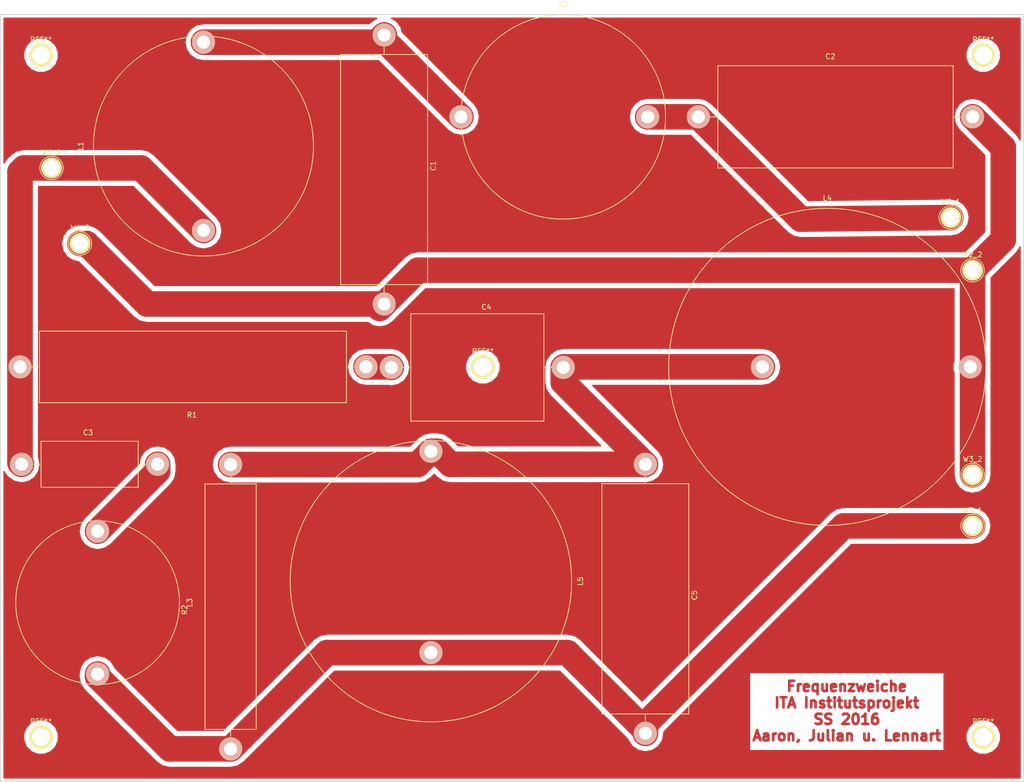
<source format=kicad_pcb>
(kicad_pcb (version 4) (host pcbnew 4.0.4-stable)

  (general
    (links 22)
    (no_connects 0)
    (area 19.225 16.225 220.075001 170.075001)
    (thickness 1.6)
    (drawings 5)
    (tracks 50)
    (zones 0)
    (modules 23)
    (nets 9)
  )

  (page A4)
  (title_block
    (title frequenzweiche_30l-ITA)
    (date 2016-10-10)
    (rev v0.1)
  )

  (layers
    (0 F.Cu signal)
    (31 B.Cu signal hide)
    (32 B.Adhes user)
    (33 F.Adhes user hide)
    (34 B.Paste user)
    (35 F.Paste user)
    (36 B.SilkS user)
    (37 F.SilkS user)
    (38 B.Mask user)
    (39 F.Mask user)
    (40 Dwgs.User user)
    (41 Cmts.User user)
    (42 Eco1.User user)
    (43 Eco2.User user)
    (44 Edge.Cuts user)
    (45 Margin user)
    (46 B.CrtYd user)
    (47 F.CrtYd user)
    (48 B.Fab user)
    (49 F.Fab user)
  )

  (setup
    (last_trace_width 5)
    (trace_clearance 1)
    (zone_clearance 0.508)
    (zone_45_only no)
    (trace_min 0.2)
    (segment_width 0.15)
    (edge_width 0.15)
    (via_size 0.6)
    (via_drill 0.4)
    (via_min_size 0.4)
    (via_min_drill 0.3)
    (uvia_size 0.3)
    (uvia_drill 0.1)
    (uvias_allowed no)
    (uvia_min_size 0.2)
    (uvia_min_drill 0.1)
    (pcb_text_width 0.3)
    (pcb_text_size 1.5 1.5)
    (mod_edge_width 0.15)
    (mod_text_size 1 1)
    (mod_text_width 0.15)
    (pad_size 1.524 1.524)
    (pad_drill 0.762)
    (pad_to_mask_clearance 0.2)
    (aux_axis_origin 0 0)
    (visible_elements FFFFFF7F)
    (pcbplotparams
      (layerselection 0x00020_00000001)
      (usegerberextensions false)
      (excludeedgelayer true)
      (linewidth 0.100000)
      (plotframeref false)
      (viasonmask false)
      (mode 1)
      (useauxorigin false)
      (hpglpennumber 1)
      (hpglpenspeed 20)
      (hpglpendiameter 15)
      (hpglpenoverlay 2)
      (psnegative false)
      (psa4output false)
      (plotreference true)
      (plotvalue true)
      (plotinvisibletext false)
      (padsonsilk false)
      (subtractmaskfromsilk false)
      (outputformat 4)
      (mirror false)
      (drillshape 0)
      (scaleselection 1)
      (outputdirectory plot/))
  )

  (net 0 "")
  (net 1 "Net-(C1-Pad1)")
  (net 2 "Net-(C1-Pad2)")
  (net 3 "Net-(C2-Pad1)")
  (net 4 "Net-(C3-Pad1)")
  (net 5 "Net-(C3-Pad2)")
  (net 6 "Net-(C4-Pad1)")
  (net 7 "Net-(C4-Pad2)")
  (net 8 "Net-(C5-Pad2)")

  (net_class Default "This is the default net class."
    (clearance 1)
    (trace_width 5)
    (via_dia 0.6)
    (via_drill 0.4)
    (uvia_dia 0.3)
    (uvia_drill 0.1)
    (add_net "Net-(C1-Pad1)")
    (add_net "Net-(C1-Pad2)")
    (add_net "Net-(C2-Pad1)")
    (add_net "Net-(C3-Pad1)")
    (add_net "Net-(C3-Pad2)")
    (add_net "Net-(C4-Pad1)")
    (add_net "Net-(C4-Pad2)")
    (add_net "Net-(C5-Pad2)")
  )

  (module L_LU62_056_140 (layer F.Cu) (tedit 580145FD) (tstamp 57FF9AB3)
    (at 181.61 88.9)
    (descr "Choke, Radial, Bobin Type, Diameter, 31mm, 2.4mm Drill, C&D, No.1422455, 220uH, 5.5A,")
    (tags "Choke, Radial, Bobin Type, Diameter 31mm, C&D, No.1422455, Drossel, Spule, Durchmesser, 2.4mm Drill, Bohrung, 220uH, 5.5A,")
    (path /57FB6BB6)
    (fp_text reference L4 (at 0 -33) (layer F.SilkS)
      (effects (font (size 1 1) (thickness 0.15)))
    )
    (fp_text value 0.56mH (at 0 34) (layer F.Fab)
      (effects (font (size 1 1) (thickness 0.15)))
    )
    (fp_circle (center 0 0) (end 0 31) (layer F.SilkS) (width 0.15))
    (pad 1 thru_hole circle (at 27.94 0) (size 4.5 4.5) (drill 2.56) (layers *.Cu *.SilkS *.Mask)
      (net 2 "Net-(C1-Pad2)"))
    (pad 2 thru_hole circle (at -12.7 0) (size 4.5 4.5) (drill 2.56) (layers *.Cu *.SilkS *.Mask)
      (net 7 "Net-(C4-Pad2)"))
  )

  (module L_HQ43_3.3_095 (layer F.Cu) (tedit 5801455D) (tstamp 57FF9A9E)
    (at 59.69 45.72 90)
    (descr "Choke, Radial, Bobin Type, Diameter, 31mm, 2.4mm Drill, C&D, No.1422455, 220uH, 5.5A,")
    (tags "Choke, Radial, Bobin Type, Diameter 31mm, C&D, No.1422455, Drossel, Spule, Durchmesser, 2.4mm Drill, Bohrung, 220uH, 5.5A,")
    (path /57FB6889)
    (fp_text reference L1 (at 0 -24 90) (layer F.SilkS)
      (effects (font (size 1 1) (thickness 0.15)))
    )
    (fp_text value 3.3mH (at 0 23 90) (layer F.Fab)
      (effects (font (size 1 1) (thickness 0.15)))
    )
    (fp_circle (center 0 0) (end 0 21.5) (layer F.SilkS) (width 0.15))
    (pad 1 thru_hole circle (at 20.32 0 90) (size 4.5 4.5) (drill 2.56) (layers *.Cu *.SilkS *.Mask)
      (net 1 "Net-(C1-Pad1)"))
    (pad 2 thru_hole circle (at -16.51 0 90) (size 4.5 4.5) (drill 2.56) (layers *.Cu *.SilkS *.Mask)
      (net 4 "Net-(C3-Pad1)"))
  )

  (module Connect:1pin (layer F.Cu) (tedit 58013F0A) (tstamp 58013FDD)
    (at 114.3 88.9)
    (descr "module 1 pin (ou trou mecanique de percage)")
    (tags DEV)
    (fp_text reference REF** (at 0 -3.048) (layer F.SilkS)
      (effects (font (size 1 1) (thickness 0.15)))
    )
    (fp_text value 1pin (at 0 2.794) (layer F.Fab)
      (effects (font (size 1 1) (thickness 0.15)))
    )
    (fp_circle (center 0 0) (end 0 -2.286) (layer F.SilkS) (width 0.15))
    (pad 1 thru_hole circle (at 0 0) (size 4.5 4.5) (drill 3.5) (layers *.Cu *.Mask F.SilkS))
  )

  (module Connect:1pin (layer F.Cu) (tedit 58013F0A) (tstamp 58013F84)
    (at 27.94 161.29)
    (descr "module 1 pin (ou trou mecanique de percage)")
    (tags DEV)
    (fp_text reference REF** (at 0 -3.048) (layer F.SilkS)
      (effects (font (size 1 1) (thickness 0.15)))
    )
    (fp_text value 1pin (at 0 2.794) (layer F.Fab)
      (effects (font (size 1 1) (thickness 0.15)))
    )
    (fp_circle (center 0 0) (end 0 -2.286) (layer F.SilkS) (width 0.15))
    (pad 1 thru_hole circle (at 0 0) (size 4.5 4.5) (drill 3.5) (layers *.Cu *.Mask F.SilkS))
  )

  (module Connect:1pin (layer F.Cu) (tedit 58013F0A) (tstamp 58013F75)
    (at 212.09 161.29)
    (descr "module 1 pin (ou trou mecanique de percage)")
    (tags DEV)
    (fp_text reference REF** (at 0 -3.048) (layer F.SilkS)
      (effects (font (size 1 1) (thickness 0.15)))
    )
    (fp_text value 1pin (at 0 2.794) (layer F.Fab)
      (effects (font (size 1 1) (thickness 0.15)))
    )
    (fp_circle (center 0 0) (end 0 -2.286) (layer F.SilkS) (width 0.15))
    (pad 1 thru_hole circle (at 0 0) (size 4.5 4.5) (drill 3.5) (layers *.Cu *.Mask F.SilkS))
  )

  (module Connect:1pin (layer F.Cu) (tedit 58013F0A) (tstamp 58013F5E)
    (at 212.09 27.94)
    (descr "module 1 pin (ou trou mecanique de percage)")
    (tags DEV)
    (fp_text reference REF** (at 0 -3.048) (layer F.SilkS)
      (effects (font (size 1 1) (thickness 0.15)))
    )
    (fp_text value 1pin (at 0 2.794) (layer F.Fab)
      (effects (font (size 1 1) (thickness 0.15)))
    )
    (fp_circle (center 0 0) (end 0 -2.286) (layer F.SilkS) (width 0.15))
    (pad 1 thru_hole circle (at 0 0) (size 4.5 4.5) (drill 3.5) (layers *.Cu *.Mask F.SilkS))
  )

  (module Connect:1pin (layer F.Cu) (tedit 58013F0A) (tstamp 57FFD9D6)
    (at 27.94 27.94)
    (descr "module 1 pin (ou trou mecanique de percage)")
    (tags DEV)
    (fp_text reference REF** (at 0 -3.048) (layer F.SilkS)
      (effects (font (size 1 1) (thickness 0.15)))
    )
    (fp_text value 1pin (at 0 2.794) (layer F.Fab)
      (effects (font (size 1 1) (thickness 0.15)))
    )
    (fp_circle (center 0 0) (end 0 -2.286) (layer F.SilkS) (width 0.15))
    (pad 1 thru_hole circle (at 0 0) (size 4.5 4.5) (drill 3.5) (layers *.Cu *.Mask F.SilkS))
  )

  (module L_LU55_082_100 (layer F.Cu) (tedit 58013BDA) (tstamp 57FF9ABA)
    (at 104.14 130.81 270)
    (descr "Choke, Radial, Bobin Type, Diameter, 31mm, 2.4mm Drill, C&D, No.1422455, 220uH, 5.5A,")
    (tags "Choke, Radial, Bobin Type, Diameter 31mm, C&D, No.1422455, Drossel, Spule, Durchmesser, 2.4mm Drill, Bohrung, 220uH, 5.5A,")
    (path /57FB6B04)
    (fp_text reference L5 (at 0 -29.21 270) (layer F.SilkS)
      (effects (font (size 1 1) (thickness 0.15)))
    )
    (fp_text value 0.82mH (at 0 30.48 270) (layer F.Fab)
      (effects (font (size 1 1) (thickness 0.15)))
    )
    (fp_circle (center 0 0) (end 0 27.5) (layer F.SilkS) (width 0.15))
    (pad 1 thru_hole circle (at 13.97 0 270) (size 4.5 4.5) (drill 2.56) (layers *.Cu *.SilkS *.Mask)
      (net 8 "Net-(C5-Pad2)"))
    (pad 2 thru_hole circle (at -25.4 0 270) (size 4.5 4.5) (drill 2.56) (layers *.Cu *.SilkS *.Mask)
      (net 7 "Net-(C4-Pad2)"))
  )

  (module L_LUT32_015_10 (layer F.Cu) (tedit 58013B41) (tstamp 57FF9AAC)
    (at 39 135 270)
    (descr "Choke, Radial, Bobin Type, Diameter, 31mm, 2.4mm Drill, C&D, No.1422455, 220uH, 5.5A,")
    (tags "Choke, Radial, Bobin Type, Diameter 31mm, C&D, No.1422455, Drossel, Spule, Durchmesser, 2.4mm Drill, Bohrung, 220uH, 5.5A,")
    (path /57FB6C7D)
    (fp_text reference L3 (at 0 -18 270) (layer F.SilkS)
      (effects (font (size 1 1) (thickness 0.15)))
    )
    (fp_text value 0.15mH (at 0 18 270) (layer F.Fab)
      (effects (font (size 1 1) (thickness 0.15)))
    )
    (fp_circle (center 0 0) (end 0 16) (layer F.SilkS) (width 0.15))
    (pad 1 thru_hole circle (at 13.97 0 270) (size 4.5 4.5) (drill 2.56) (layers *.Cu *.SilkS *.Mask)
      (net 8 "Net-(C5-Pad2)"))
    (pad 2 thru_hole circle (at -13.97 0 270) (size 4.5 4.5) (drill 2.56) (layers *.Cu *.SilkS *.Mask)
      (net 5 "Net-(C3-Pad2)"))
  )

  (module L_HQ40_1.2_112 (layer F.Cu) (tedit 58013AA2) (tstamp 57FF9AA5)
    (at 130 40)
    (descr "Choke, Radial, Bobin Type, Diameter, 31mm, 2.4mm Drill, C&D, No.1422455, 220uH, 5.5A,")
    (tags "Choke, Radial, Bobin Type, Diameter 31mm, C&D, No.1422455, Drossel, Spule, Durchmesser, 2.4mm Drill, Bohrung, 220uH, 5.5A,")
    (path /57FB690E)
    (fp_text reference L2 (at 0 -22) (layer F.SilkS)
      (effects (font (size 1 1) (thickness 0.15)))
    )
    (fp_text value 1.2mH (at 0 22) (layer F.Fab)
      (effects (font (size 1 1) (thickness 0.15)))
    )
    (fp_circle (center 0 0) (end 0 20) (layer F.SilkS) (width 0.15))
    (pad 1 thru_hole circle (at 16.51 0) (size 4.5 4.5) (drill 2.56) (layers *.Cu *.SilkS *.Mask)
      (net 3 "Net-(C2-Pad1)"))
    (pad 2 thru_hole circle (at -20 0) (size 4.5 4.5) (drill 2.56) (layers *.Cu *.SilkS *.Mask)
      (net 1 "Net-(C1-Pad1)"))
  )

  (module C_MKTA_15_160 (layer F.Cu) (tedit 57FFD721) (tstamp 57FF9A57)
    (at 95 24 270)
    (descr "Resistor, Axial, RM 25mm,")
    (tags "Resistor Axial RM 25mm")
    (path /57FB6945)
    (fp_text reference C1 (at 25.6 -9.6 270) (layer F.SilkS)
      (effects (font (size 1 1) (thickness 0.15)))
    )
    (fp_text value 15uF (at 25.2 10.2 270) (layer F.Fab)
      (effects (font (size 1 1) (thickness 0.15)))
    )
    (fp_line (start -1.4 -8.7) (end 54 -8.7) (layer F.CrtYd) (width 0.05))
    (fp_line (start -1.4 8.7) (end -1.4 -8.7) (layer F.CrtYd) (width 0.05))
    (fp_line (start 54 -8.7) (end 54 8.7) (layer F.CrtYd) (width 0.05))
    (fp_line (start -1.4 8.7) (end 54 8.7) (layer F.CrtYd) (width 0.05))
    (fp_line (start 3.6 0) (end 1.6 0) (layer F.SilkS) (width 0.15))
    (fp_line (start 49 0) (end 51 0) (layer F.SilkS) (width 0.15))
    (fp_line (start 3.81 -8.5) (end 3.81 8.5) (layer F.SilkS) (width 0.15))
    (fp_line (start 3.81 8.5) (end 48.81 8.5) (layer F.SilkS) (width 0.15))
    (fp_line (start 48.81 8.5) (end 48.81 -8.5) (layer F.SilkS) (width 0.15))
    (fp_line (start 48.81 -8.5) (end 3.81 -8.5) (layer F.SilkS) (width 0.15))
    (pad 1 thru_hole circle (at 0 0 270) (size 4.5 4.5) (drill 2.56) (layers *.Cu *.SilkS *.Mask)
      (net 1 "Net-(C1-Pad1)"))
    (pad 2 thru_hole circle (at 52.6 0 270) (size 4.5 4.5) (drill 2.56) (layers *.Cu *.SilkS *.Mask)
      (net 2 "Net-(C1-Pad2)"))
  )

  (module C_MKTA_8.2_250 (layer F.Cu) (tedit 57FFD70B) (tstamp 57FF9A67)
    (at 156.4 40)
    (descr "Resistor, Axial, RM 25mm,")
    (tags "Resistor Axial RM 25mm")
    (path /57FB696F)
    (fp_text reference C2 (at 25.8 -11.8) (layer F.SilkS)
      (effects (font (size 1 1) (thickness 0.15)))
    )
    (fp_text value 8.2uF (at 25.4 12) (layer F.Fab)
      (effects (font (size 1 1) (thickness 0.15)))
    )
    (fp_line (start -1.4 -10.2) (end 55 -10.2) (layer F.CrtYd) (width 0.05))
    (fp_line (start -1.4 10.2) (end -1.4 -10.2) (layer F.CrtYd) (width 0.05))
    (fp_line (start 55 -10.2) (end 55 10.2) (layer F.CrtYd) (width 0.05))
    (fp_line (start -1.4 10.2) (end 55 10.2) (layer F.CrtYd) (width 0.05))
    (fp_line (start 3.6 0) (end 1.6 0) (layer F.SilkS) (width 0.15))
    (fp_line (start 50 0) (end 52 0) (layer F.SilkS) (width 0.15))
    (fp_line (start 3.81 -10) (end 3.81 10) (layer F.SilkS) (width 0.15))
    (fp_line (start 3.81 10) (end 49.81 10) (layer F.SilkS) (width 0.15))
    (fp_line (start 49.81 10) (end 49.81 -10) (layer F.SilkS) (width 0.15))
    (fp_line (start 49.81 -10) (end 3.81 -10) (layer F.SilkS) (width 0.15))
    (pad 1 thru_hole circle (at 0 0) (size 4.5 4.5) (drill 2.56) (layers *.Cu *.SilkS *.Mask)
      (net 3 "Net-(C2-Pad1)"))
    (pad 2 thru_hole circle (at 53.6 0) (size 4.5 4.5) (drill 2.56) (layers *.Cu *.SilkS *.Mask)
      (net 2 "Net-(C1-Pad2)"))
  )

  (module C_MKTA_15_160 (layer F.Cu) (tedit 57FFD6DF) (tstamp 57FF9A97)
    (at 146.05 107.95 270)
    (descr "Resistor, Axial, RM 25mm,")
    (tags "Resistor Axial RM 25mm")
    (path /57FB6B47)
    (fp_text reference C5 (at 25.6 -9.6 270) (layer F.SilkS)
      (effects (font (size 1 1) (thickness 0.15)))
    )
    (fp_text value 15uF (at 25.2 10.2 270) (layer F.Fab)
      (effects (font (size 1 1) (thickness 0.15)))
    )
    (fp_line (start -1.4 -8.7) (end 54 -8.7) (layer F.CrtYd) (width 0.05))
    (fp_line (start -1.4 8.7) (end -1.4 -8.7) (layer F.CrtYd) (width 0.05))
    (fp_line (start 54 -8.7) (end 54 8.7) (layer F.CrtYd) (width 0.05))
    (fp_line (start -1.4 8.7) (end 54 8.7) (layer F.CrtYd) (width 0.05))
    (fp_line (start 3.6 0) (end 1.6 0) (layer F.SilkS) (width 0.15))
    (fp_line (start 49 0) (end 51 0) (layer F.SilkS) (width 0.15))
    (fp_line (start 3.81 -8.5) (end 3.81 8.5) (layer F.SilkS) (width 0.15))
    (fp_line (start 3.81 8.5) (end 48.81 8.5) (layer F.SilkS) (width 0.15))
    (fp_line (start 48.81 8.5) (end 48.81 -8.5) (layer F.SilkS) (width 0.15))
    (fp_line (start 48.81 -8.5) (end 3.81 -8.5) (layer F.SilkS) (width 0.15))
    (pad 1 thru_hole circle (at 0 0 270) (size 4.5 4.5) (drill 2.56) (layers *.Cu *.SilkS *.Mask)
      (net 7 "Net-(C4-Pad2)"))
    (pad 2 thru_hole circle (at 52.6 0 270) (size 4.5 4.5) (drill 2.56) (layers *.Cu *.SilkS *.Mask)
      (net 8 "Net-(C5-Pad2)"))
  )

  (module R_WAX10_39_5 (layer F.Cu) (tedit 57FFD6B6) (tstamp 57FF9ADA)
    (at 65 163.6 90)
    (descr "Resistor, Axial, RM 25mm,")
    (tags "Resistor Axial RM 25mm")
    (path /57FB6AA5)
    (fp_text reference R2 (at 27.2 -9 90) (layer F.SilkS)
      (effects (font (size 1 1) (thickness 0.15)))
    )
    (fp_text value 39Ω (at 27 7.2 90) (layer F.Fab)
      (effects (font (size 1 1) (thickness 0.15)))
    )
    (fp_line (start -1.4 -5.2) (end 57 -5.2) (layer F.CrtYd) (width 0.05))
    (fp_line (start -1.4 5.2) (end -1.4 -5.2) (layer F.CrtYd) (width 0.05))
    (fp_line (start 57 -5.2) (end 57 5.2) (layer F.CrtYd) (width 0.05))
    (fp_line (start -1.4 5.2) (end 57 5.2) (layer F.CrtYd) (width 0.05))
    (fp_line (start 3.6 0) (end 1.6 0) (layer F.SilkS) (width 0.15))
    (fp_line (start 52 0) (end 54 0) (layer F.SilkS) (width 0.15))
    (fp_line (start 3.81 -5) (end 3.81 5) (layer F.SilkS) (width 0.15))
    (fp_line (start 3.81 5) (end 51.81 5) (layer F.SilkS) (width 0.15))
    (fp_line (start 51.81 5) (end 51.81 -5) (layer F.SilkS) (width 0.15))
    (fp_line (start 51.81 -5) (end 3.81 -5) (layer F.SilkS) (width 0.15))
    (pad 1 thru_hole circle (at 0 0 90) (size 4.5 4.5) (drill 2.56) (layers *.Cu *.SilkS *.Mask)
      (net 8 "Net-(C5-Pad2)"))
    (pad 2 thru_hole circle (at 55.6 0 90) (size 4.5 4.5) (drill 2.56) (layers *.Cu *.SilkS *.Mask)
      (net 7 "Net-(C4-Pad2)"))
  )

  (module C_MKTA_12_100 (layer F.Cu) (tedit 57FFD68D) (tstamp 57FF9A87)
    (at 96.4 89)
    (descr "Resistor, Axial, RM 25mm,")
    (tags "Resistor Axial RM 25mm")
    (path /57FB6BF9)
    (fp_text reference C4 (at 18.6 -11.8) (layer F.SilkS)
      (effects (font (size 1 1) (thickness 0.15)))
    )
    (fp_text value 12uF (at 18 12.4) (layer F.Fab)
      (effects (font (size 1 1) (thickness 0.15)))
    )
    (fp_line (start -1.4 -10.7) (end 35 -10.7) (layer F.CrtYd) (width 0.05))
    (fp_line (start -1.4 10.7) (end -1.4 -10.7) (layer F.CrtYd) (width 0.05))
    (fp_line (start 35 -10.7) (end 35 10.7) (layer F.CrtYd) (width 0.05))
    (fp_line (start -1.4 10.7) (end 35 10.7) (layer F.CrtYd) (width 0.05))
    (fp_line (start 3.6 0) (end 1.6 0) (layer F.SilkS) (width 0.15))
    (fp_line (start 30 0) (end 32 0) (layer F.SilkS) (width 0.15))
    (fp_line (start 3.81 -10.5) (end 3.81 10.5) (layer F.SilkS) (width 0.15))
    (fp_line (start 3.81 10.5) (end 29.81 10.5) (layer F.SilkS) (width 0.15))
    (fp_line (start 29.81 10.5) (end 29.81 -10.5) (layer F.SilkS) (width 0.15))
    (fp_line (start 29.81 -10.5) (end 3.81 -10.5) (layer F.SilkS) (width 0.15))
    (pad 1 thru_hole circle (at 0 0) (size 4.5 4.5) (drill 2.56) (layers *.Cu *.SilkS *.Mask)
      (net 6 "Net-(C4-Pad1)"))
    (pad 2 thru_hole circle (at 33.6 0) (size 4.5 4.5) (drill 2.56) (layers *.Cu *.SilkS *.Mask)
      (net 7 "Net-(C4-Pad2)"))
  )

  (module C_MKTA_0.68_100 (layer F.Cu) (tedit 57FFD61E) (tstamp 57FF9A77)
    (at 24.13 107.95)
    (descr "Resistor, Axial, RM 25mm,")
    (tags "Resistor Axial RM 25mm")
    (path /57FB6C30)
    (fp_text reference C3 (at 13 -6.2) (layer F.SilkS)
      (effects (font (size 1 1) (thickness 0.15)))
    )
    (fp_text value 0.68uF (at 12.8 6.6) (layer F.Fab)
      (effects (font (size 1 1) (thickness 0.15)))
    )
    (fp_line (start -1.4 -4.7) (end 28 -4.7) (layer F.CrtYd) (width 0.05))
    (fp_line (start -1.4 4.7) (end -1.4 -4.7) (layer F.CrtYd) (width 0.05))
    (fp_line (start 28 -4.7) (end 28 4.7) (layer F.CrtYd) (width 0.05))
    (fp_line (start -1.4 4.7) (end 28 4.7) (layer F.CrtYd) (width 0.05))
    (fp_line (start 3.6 0) (end 1.6 0) (layer F.SilkS) (width 0.15))
    (fp_line (start 23 0) (end 25 0) (layer F.SilkS) (width 0.15))
    (fp_line (start 3.81 -4.5) (end 3.81 4.5) (layer F.SilkS) (width 0.15))
    (fp_line (start 3.81 4.5) (end 22.81 4.5) (layer F.SilkS) (width 0.15))
    (fp_line (start 22.81 4.5) (end 22.81 -4.5) (layer F.SilkS) (width 0.15))
    (fp_line (start 22.81 -4.5) (end 3.81 -4.5) (layer F.SilkS) (width 0.15))
    (pad 1 thru_hole circle (at 0 0) (size 4.5 4.5) (drill 2.56) (layers *.Cu *.SilkS *.Mask)
      (net 4 "Net-(C3-Pad1)"))
    (pad 2 thru_hole circle (at 26.6 0) (size 4.5 4.5) (drill 2.56) (layers *.Cu *.SilkS *.Mask)
      (net 5 "Net-(C3-Pad2)"))
  )

  (module R_WAX20_18_5 (layer F.Cu) (tedit 57FFD5E8) (tstamp 57FF9ACA)
    (at 91.44 88.9 180)
    (descr "Resistor, Axial, RM 25mm,")
    (tags "Resistor Axial RM 25mm")
    (path /57FB6A07)
    (fp_text reference R1 (at 34 -9.4 180) (layer F.SilkS)
      (effects (font (size 1 1) (thickness 0.15)))
    )
    (fp_text value 18Ω (at 34 9 180) (layer F.Fab)
      (effects (font (size 1 1) (thickness 0.15)))
    )
    (fp_line (start -1.4 -7.2) (end 69 -7.2) (layer F.CrtYd) (width 0.05))
    (fp_line (start -1.4 7.2) (end -1.4 -7.2) (layer F.CrtYd) (width 0.05))
    (fp_line (start 69 -7.2) (end 69 7.2) (layer F.CrtYd) (width 0.05))
    (fp_line (start -1.4 7.2) (end 69 7.2) (layer F.CrtYd) (width 0.05))
    (fp_line (start 3.6 0) (end 1.6 0) (layer F.SilkS) (width 0.15))
    (fp_line (start 64 0) (end 66 0) (layer F.SilkS) (width 0.15))
    (fp_line (start 3.81 -7) (end 3.81 7) (layer F.SilkS) (width 0.15))
    (fp_line (start 3.81 7) (end 63.81 7) (layer F.SilkS) (width 0.15))
    (fp_line (start 63.81 7) (end 63.81 -7) (layer F.SilkS) (width 0.15))
    (fp_line (start 63.81 -7) (end 3.81 -7) (layer F.SilkS) (width 0.15))
    (pad 1 thru_hole circle (at 0 0 180) (size 4.5 4.5) (drill 2.56) (layers *.Cu *.SilkS *.Mask)
      (net 6 "Net-(C4-Pad1)"))
    (pad 2 thru_hole circle (at 67.6 0 180) (size 4.5 4.5) (drill 2.56) (layers *.Cu *.SilkS *.Mask)
      (net 4 "Net-(C3-Pad1)"))
  )

  (module Connect:1pin (layer F.Cu) (tedit 0) (tstamp 57FF9AEC)
    (at 205.74 59.69)
    (descr "module 1 pin (ou trou mecanique de percage)")
    (tags DEV)
    (path /57FBD12D)
    (fp_text reference W2_1 (at 0 -3.048) (layer F.SilkS)
      (effects (font (size 1 1) (thickness 0.15)))
    )
    (fp_text value OUT_LOW-PASS+ (at 0 2.794) (layer F.Fab)
      (effects (font (size 1 1) (thickness 0.15)))
    )
    (fp_circle (center 0 0) (end 0 -2.286) (layer F.SilkS) (width 0.15))
    (pad 1 thru_hole circle (at 0 0) (size 4.064 4.064) (drill 3.048) (layers *.Cu *.Mask F.SilkS)
      (net 3 "Net-(C2-Pad1)"))
  )

  (module Connect:1pin (layer F.Cu) (tedit 0) (tstamp 57FF9AE0)
    (at 30 50)
    (descr "module 1 pin (ou trou mecanique de percage)")
    (tags DEV)
    (path /57FBD1B5)
    (fp_text reference W1_1 (at 0 -3.048) (layer F.SilkS)
      (effects (font (size 1 1) (thickness 0.15)))
    )
    (fp_text value IN+ (at 0 2.794) (layer F.Fab)
      (effects (font (size 1 1) (thickness 0.15)))
    )
    (fp_circle (center 0 0) (end 0 -2.286) (layer F.SilkS) (width 0.15))
    (pad 1 thru_hole circle (at 0 0) (size 4.064 4.064) (drill 3.048) (layers *.Cu *.Mask F.SilkS)
      (net 4 "Net-(C3-Pad1)"))
  )

  (module Connect:1pin (layer F.Cu) (tedit 0) (tstamp 57FF9AE6)
    (at 35.56 64.77)
    (descr "module 1 pin (ou trou mecanique de percage)")
    (tags DEV)
    (path /57FBD212)
    (fp_text reference W1_2 (at 0 -3.048) (layer F.SilkS)
      (effects (font (size 1 1) (thickness 0.15)))
    )
    (fp_text value IN- (at 0 2.794) (layer F.Fab)
      (effects (font (size 1 1) (thickness 0.15)))
    )
    (fp_circle (center 0 0) (end 0 -2.286) (layer F.SilkS) (width 0.15))
    (pad 1 thru_hole circle (at 0 0) (size 4.064 4.064) (drill 3.048) (layers *.Cu *.Mask F.SilkS)
      (net 2 "Net-(C1-Pad2)"))
  )

  (module Connect:1pin (layer F.Cu) (tedit 0) (tstamp 57FF9AF2)
    (at 210 70)
    (descr "module 1 pin (ou trou mecanique de percage)")
    (tags DEV)
    (path /57FBD176)
    (fp_text reference W2_2 (at 0 -3.048) (layer F.SilkS)
      (effects (font (size 1 1) (thickness 0.15)))
    )
    (fp_text value OUT_LOW-PASS- (at 1 4) (layer F.Fab)
      (effects (font (size 1 1) (thickness 0.15)))
    )
    (fp_circle (center 0 0) (end 0 -2.286) (layer F.SilkS) (width 0.15))
    (pad 1 thru_hole circle (at 0 0) (size 4.064 4.064) (drill 3.048) (layers *.Cu *.Mask F.SilkS)
      (net 2 "Net-(C1-Pad2)"))
  )

  (module Connect:1pin (layer F.Cu) (tedit 0) (tstamp 57FF9AF8)
    (at 210 120)
    (descr "module 1 pin (ou trou mecanique de percage)")
    (tags DEV)
    (path /57FBCDA4)
    (fp_text reference W3_1 (at 0 -3.048) (layer F.SilkS)
      (effects (font (size 1 1) (thickness 0.15)))
    )
    (fp_text value OUT_HIGH-PASS+ (at 0 2.794) (layer F.Fab)
      (effects (font (size 1 1) (thickness 0.15)))
    )
    (fp_circle (center 0 0) (end 0 -2.286) (layer F.SilkS) (width 0.15))
    (pad 1 thru_hole circle (at 0 0) (size 4.064 4.064) (drill 3.048) (layers *.Cu *.Mask F.SilkS)
      (net 8 "Net-(C5-Pad2)"))
  )

  (module Connect:1pin (layer F.Cu) (tedit 0) (tstamp 57FF9AFE)
    (at 210 110)
    (descr "module 1 pin (ou trou mecanique de percage)")
    (tags DEV)
    (path /57FBCE29)
    (fp_text reference W3_2 (at 0 -3.048) (layer F.SilkS)
      (effects (font (size 1 1) (thickness 0.15)))
    )
    (fp_text value OUT_HIGH-PASS- (at 0 2.794) (layer F.Fab)
      (effects (font (size 1 1) (thickness 0.15)))
    )
    (fp_circle (center 0 0) (end 0 -2.286) (layer F.SilkS) (width 0.15))
    (pad 1 thru_hole circle (at 0 0) (size 4.064 4.064) (drill 3.048) (layers *.Cu *.Mask F.SilkS)
      (net 2 "Net-(C1-Pad2)"))
  )

  (gr_text "Frequenzweiche\nITA Institutsprojekt\nSS 2016\nAaron, Julian u. Lennart" (at 185.42 156.21) (layer F.Cu)
    (effects (font (size 2 2) (thickness 0.5)))
  )
  (gr_line (start 20 20) (end 20 170) (layer Edge.Cuts) (width 0.15))
  (gr_line (start 20 170) (end 220 170) (layer Edge.Cuts) (width 0.15))
  (gr_line (start 220 20) (end 220 170) (layer Edge.Cuts) (width 0.15))
  (gr_line (start 20 20) (end 220 20) (layer Edge.Cuts) (width 0.15))

  (segment (start 95 24) (end 95 25) (width 5) (layer F.Cu) (net 1))
  (segment (start 95 25) (end 110 40) (width 5) (layer F.Cu) (net 1) (tstamp 580141E2))
  (segment (start 59.69 25.4) (end 93.6 25.4) (width 5) (layer F.Cu) (net 1))
  (segment (start 93.6 25.4) (end 95 24) (width 5) (layer F.Cu) (net 1) (tstamp 580141CE))
  (segment (start 210 70) (end 210 88.45) (width 5) (layer F.Cu) (net 2))
  (segment (start 210 88.45) (end 210 110) (width 5) (layer F.Cu) (net 2) (tstamp 58014619))
  (segment (start 35.56 64.77) (end 36.83 64.77) (width 5) (layer F.Cu) (net 2))
  (segment (start 36.83 64.77) (end 48.66 76.6) (width 5) (layer F.Cu) (net 2) (tstamp 58013DA7))
  (segment (start 48.66 76.6) (end 95 76.6) (width 5) (layer F.Cu) (net 2) (tstamp 58013DB8))
  (segment (start 94.13 77.47) (end 95 76.6) (width 5) (layer F.Cu) (net 2) (tstamp 58013D97))
  (segment (start 210 40) (end 216.00001 46.00001) (width 5) (layer F.Cu) (net 2))
  (segment (start 216.00001 46.00001) (end 216.00001 63.99999) (width 5) (layer F.Cu) (net 2))
  (segment (start 216.00001 63.99999) (end 212.031999 67.968001) (width 5) (layer F.Cu) (net 2))
  (segment (start 212.031999 67.968001) (end 210 70) (width 5) (layer F.Cu) (net 2))
  (segment (start 95 76.6) (end 101.6 70) (width 5) (layer F.Cu) (net 2))
  (segment (start 101.6 70) (end 210 70) (width 5) (layer F.Cu) (net 2))
  (segment (start 146.51 40) (end 156.4 40) (width 5) (layer F.Cu) (net 3))
  (segment (start 205.74 59.69) (end 176.4 60) (width 5) (layer F.Cu) (net 3))
  (segment (start 176.4 60) (end 156.4 40) (width 5) (layer F.Cu) (net 3))
  (segment (start 30 50) (end 47.46 50) (width 5) (layer F.Cu) (net 4))
  (segment (start 47.46 50) (end 59.69 62.23) (width 5) (layer F.Cu) (net 4) (tstamp 58014576))
  (segment (start 30 50) (end 24.6 50) (width 5) (layer F.Cu) (net 4))
  (segment (start 23.84 50.76) (end 23.84 88.9) (width 5) (layer F.Cu) (net 4) (tstamp 5801417F))
  (segment (start 24.6 50) (end 23.84 50.76) (width 5) (layer F.Cu) (net 4) (tstamp 5801417A))
  (segment (start 23.84 88.9) (end 23.84 107.66) (width 5) (layer F.Cu) (net 4))
  (segment (start 23.84 107.66) (end 24.13 107.95) (width 5) (layer F.Cu) (net 4) (tstamp 58014172))
  (segment (start 50.73 107.95) (end 50.73 109.3) (width 5) (layer F.Cu) (net 5))
  (segment (start 50.73 109.3) (end 39 121.03) (width 5) (layer F.Cu) (net 5) (tstamp 5801416E))
  (segment (start 91.44 88.9) (end 96.3 88.9) (width 5) (layer F.Cu) (net 6))
  (segment (start 96.3 88.9) (end 96.4 89) (width 5) (layer F.Cu) (net 6) (tstamp 5801418F))
  (segment (start 104.14 105.41) (end 105.41 105.41) (width 5) (layer F.Cu) (net 7))
  (segment (start 105.41 105.41) (end 107.95 107.95) (width 5) (layer F.Cu) (net 7) (tstamp 58013EC5))
  (segment (start 107.95 107.95) (end 146.05 107.95) (width 5) (layer F.Cu) (net 7) (tstamp 58013EC8))
  (segment (start 130 89) (end 130 91.9) (width 5) (layer F.Cu) (net 7))
  (segment (start 130 91.9) (end 146.05 107.95) (width 5) (layer F.Cu) (net 7) (tstamp 58013EB9))
  (segment (start 65 108) (end 101.55 108) (width 5) (layer F.Cu) (net 7))
  (segment (start 101.55 108) (end 104.14 105.41) (width 5) (layer F.Cu) (net 7) (tstamp 58013E89))
  (segment (start 130 89) (end 130.1 88.9) (width 5) (layer F.Cu) (net 7) (tstamp 58013EA2))
  (segment (start 130.1 88.9) (end 168.91 88.9) (width 5) (layer F.Cu) (net 7) (tstamp 58013EA6))
  (segment (start 146.05 160.55) (end 146.05 158.75) (width 5) (layer F.Cu) (net 8))
  (segment (start 146.05 158.75) (end 184.8 120) (width 5) (layer F.Cu) (net 8) (tstamp 58013E36))
  (segment (start 184.8 120) (end 210 120) (width 5) (layer F.Cu) (net 8) (tstamp 58013E3C))
  (segment (start 146.05 160.55) (end 146.05 160.02) (width 5) (layer F.Cu) (net 8))
  (segment (start 146.05 160.02) (end 130.81 144.78) (width 5) (layer F.Cu) (net 8) (tstamp 58013E21))
  (segment (start 130.81 144.78) (end 104.14 144.78) (width 5) (layer F.Cu) (net 8) (tstamp 58013E25))
  (segment (start 65 163.6) (end 83.82 144.78) (width 5) (layer F.Cu) (net 8))
  (segment (start 83.82 144.78) (end 104.14 144.78) (width 5) (layer F.Cu) (net 8) (tstamp 58013DF0))
  (segment (start 39 148.97) (end 39 149.49) (width 5) (layer F.Cu) (net 8))
  (segment (start 39 149.49) (end 53.11 163.6) (width 5) (layer F.Cu) (net 8) (tstamp 58013DC9))
  (segment (start 53.11 163.6) (end 65 163.6) (width 5) (layer F.Cu) (net 8) (tstamp 58013DCE))

  (zone (net 0) (net_name "") (layer F.Cu) (tstamp 0) (hatch edge 0.508)
    (connect_pads (clearance 0.508))
    (min_thickness 0.254)
    (fill yes (arc_segments 16) (thermal_gap 0.508) (thermal_bridge_width 0.508))
    (polygon
      (pts
        (xy 20 20) (xy 220 20) (xy 220 170) (xy 20 170)
      )
    )
    (filled_polygon
      (pts
        (xy 92.435324 21.435324) (xy 92.097648 21.773) (xy 59.69 21.773) (xy 58.302007 22.049089) (xy 57.125324 22.835324)
        (xy 56.339089 24.012007) (xy 56.063 25.4) (xy 56.339089 26.787993) (xy 57.125324 27.964676) (xy 58.302007 28.750911)
        (xy 59.69 29.027) (xy 93.6 29.027) (xy 93.848265 28.977617) (xy 107.435323 42.564676) (xy 108.612007 43.350911)
        (xy 110 43.626999) (xy 111.387992 43.350911) (xy 112.564676 42.564676) (xy 113.350911 41.387992) (xy 113.626999 40)
        (xy 142.883 40) (xy 143.159089 41.387993) (xy 143.945324 42.564676) (xy 145.122007 43.350911) (xy 146.51 43.627)
        (xy 154.897648 43.627) (xy 173.835324 62.564676) (xy 173.85155 62.575518) (xy 173.862563 62.591629) (xy 174.439292 62.968235)
        (xy 175.012007 63.350911) (xy 175.031148 63.354718) (xy 175.047487 63.365388) (xy 175.724487 63.492632) (xy 176.4 63.626999)
        (xy 176.419137 63.623192) (xy 176.43832 63.626798) (xy 205.77832 63.316798) (xy 207.163319 63.02606) (xy 208.331629 62.227437)
        (xy 209.105389 61.042513) (xy 209.366798 59.65168) (xy 209.07606 58.266681) (xy 208.277437 57.098371) (xy 207.092513 56.324612)
        (xy 205.70168 56.063202) (xy 177.886444 56.357092) (xy 158.964676 37.435324) (xy 157.787993 36.649089) (xy 156.4 36.373)
        (xy 146.51 36.373) (xy 145.122007 36.649089) (xy 143.945324 37.435324) (xy 143.159089 38.612007) (xy 142.883 40)
        (xy 113.626999 40) (xy 113.350911 38.612007) (xy 112.564676 37.435323) (xy 103.738133 28.60878) (xy 208.712415 28.60878)
        (xy 209.22545 29.850418) (xy 210.174586 30.801212) (xy 211.415326 31.316412) (xy 212.75878 31.317585) (xy 214.000418 30.80455)
        (xy 214.951212 29.855414) (xy 215.466412 28.614674) (xy 215.467585 27.27122) (xy 214.95455 26.029582) (xy 214.005414 25.078788)
        (xy 212.764674 24.563588) (xy 211.42122 24.562415) (xy 210.179582 25.07545) (xy 209.228788 26.024586) (xy 208.713588 27.265326)
        (xy 208.712415 28.60878) (xy 103.738133 28.60878) (xy 98.502265 23.372912) (xy 98.350911 22.612007) (xy 97.564676 21.435324)
        (xy 96.479153 20.71) (xy 219.29 20.71) (xy 219.29 44.520842) (xy 219.036 44.140704) (xy 218.564687 43.435334)
        (xy 212.564676 37.435324) (xy 211.387993 36.649089) (xy 210 36.373) (xy 208.612007 36.649089) (xy 207.435324 37.435324)
        (xy 206.649089 38.612007) (xy 206.373 40) (xy 206.649089 41.387993) (xy 207.435324 42.564676) (xy 212.37301 47.502363)
        (xy 212.37301 62.497638) (xy 209.467326 65.403322) (xy 209.467323 65.403324) (xy 208.497647 66.373) (xy 101.6 66.373)
        (xy 100.212007 66.649089) (xy 99.925611 66.840453) (xy 99.035324 67.435323) (xy 93.497648 72.973) (xy 50.162353 72.973)
        (xy 39.394676 62.205324) (xy 38.217993 61.419089) (xy 36.83 61.143) (xy 35.56 61.143) (xy 34.172007 61.419089)
        (xy 32.995324 62.205324) (xy 32.209089 63.382007) (xy 31.933 64.77) (xy 32.209089 66.157993) (xy 32.995324 67.334676)
        (xy 34.172007 68.120911) (xy 35.269954 68.339306) (xy 46.095323 79.164676) (xy 47.272007 79.950911) (xy 48.66 80.227)
        (xy 91.853157 80.227) (xy 92.742007 80.820911) (xy 94.13 81.097) (xy 95.517993 80.820911) (xy 96.694676 80.034676)
        (xy 97.564676 79.164676) (xy 103.102353 73.627) (xy 206.373 73.627) (xy 206.373 87.745088) (xy 206.173588 88.225326)
        (xy 206.172415 89.56878) (xy 206.373 90.054232) (xy 206.373 110) (xy 206.649089 111.387993) (xy 207.435324 112.564676)
        (xy 208.612007 113.350911) (xy 210 113.627) (xy 211.387993 113.350911) (xy 212.564676 112.564676) (xy 213.350911 111.387993)
        (xy 213.627 110) (xy 213.627 71.502353) (xy 214.596676 70.532677) (xy 214.596678 70.532674) (xy 218.564686 66.564666)
        (xy 219.29 65.479158) (xy 219.29 169.29) (xy 20.71 169.29) (xy 20.71 161.95878) (xy 24.562415 161.95878)
        (xy 25.07545 163.200418) (xy 26.024586 164.151212) (xy 27.265326 164.666412) (xy 28.60878 164.667585) (xy 29.850418 164.15455)
        (xy 30.801212 163.205414) (xy 31.316412 161.964674) (xy 31.317585 160.62122) (xy 30.80455 159.379582) (xy 29.855414 158.428788)
        (xy 28.614674 157.913588) (xy 27.27122 157.912415) (xy 26.029582 158.42545) (xy 25.078788 159.374586) (xy 24.563588 160.615326)
        (xy 24.562415 161.95878) (xy 20.71 161.95878) (xy 20.71 148.97) (xy 35.373 148.97) (xy 35.373 149.49)
        (xy 35.649089 150.877993) (xy 36.435324 152.054676) (xy 50.545323 166.164676) (xy 51.722007 166.950911) (xy 53.11 167.227)
        (xy 65 167.227) (xy 66.387993 166.950911) (xy 67.564676 166.164676) (xy 85.322352 148.407) (xy 129.307648 148.407)
        (xy 142.664438 161.763791) (xy 142.699089 161.937993) (xy 143.485324 163.114676) (xy 144.662007 163.900911) (xy 146.05 164.177)
        (xy 147.437993 163.900911) (xy 148.614676 163.114676) (xy 149.400911 161.937993) (xy 149.677 160.55) (xy 149.677 160.252352)
        (xy 161.254352 148.675) (xy 166.404046 148.675) (xy 166.404046 163.945) (xy 204.435955 163.945) (xy 204.435955 161.95878)
        (xy 208.712415 161.95878) (xy 209.22545 163.200418) (xy 210.174586 164.151212) (xy 211.415326 164.666412) (xy 212.75878 164.667585)
        (xy 214.000418 164.15455) (xy 214.951212 163.205414) (xy 215.466412 161.964674) (xy 215.467585 160.62122) (xy 214.95455 159.379582)
        (xy 214.005414 158.428788) (xy 212.764674 157.913588) (xy 211.42122 157.912415) (xy 210.179582 158.42545) (xy 209.228788 159.374586)
        (xy 208.713588 160.615326) (xy 208.712415 161.95878) (xy 204.435955 161.95878) (xy 204.435955 148.675) (xy 166.404046 148.675)
        (xy 161.254352 148.675) (xy 186.302353 123.627) (xy 210 123.627) (xy 211.387993 123.350911) (xy 212.564676 122.564676)
        (xy 213.350911 121.387993) (xy 213.627 120) (xy 213.350911 118.612007) (xy 212.564676 117.435324) (xy 211.387993 116.649089)
        (xy 210 116.373) (xy 184.8 116.373) (xy 183.412007 116.649089) (xy 183.125611 116.840453) (xy 182.235324 117.435323)
        (xy 145.415 154.255648) (xy 133.374676 142.215324) (xy 132.197993 141.429089) (xy 130.81 141.153) (xy 83.82 141.153)
        (xy 82.432007 141.429089) (xy 81.255324 142.215324) (xy 63.497648 159.973) (xy 54.612353 159.973) (xy 42.383079 147.743727)
        (xy 42.350911 147.582007) (xy 41.564676 146.405324) (xy 40.387993 145.619089) (xy 39 145.343) (xy 37.612007 145.619089)
        (xy 36.435324 146.405324) (xy 35.649089 147.582007) (xy 35.373 148.97) (xy 20.71 148.97) (xy 20.71 121.03)
        (xy 35.373 121.03) (xy 35.649089 122.417993) (xy 36.435324 123.594676) (xy 37.612007 124.380911) (xy 39 124.657)
        (xy 40.387993 124.380911) (xy 41.564676 123.594676) (xy 53.294676 111.864676) (xy 54.080911 110.687993) (xy 54.357 109.3)
        (xy 54.357 108) (xy 61.373 108) (xy 61.649089 109.387993) (xy 62.435324 110.564676) (xy 63.612007 111.350911)
        (xy 65 111.627) (xy 101.55 111.627) (xy 102.937993 111.350911) (xy 104.114676 110.564676) (xy 104.775 109.904352)
        (xy 105.385323 110.514676) (xy 106.541188 111.287) (xy 106.562007 111.300911) (xy 107.95 111.577) (xy 146.05 111.577)
        (xy 147.437993 111.300911) (xy 147.458812 111.287) (xy 148.614677 110.514677) (xy 149.400911 109.337993) (xy 149.677 107.95)
        (xy 149.542799 107.275326) (xy 149.400911 106.562007) (xy 148.991372 105.949089) (xy 148.614677 105.385324) (xy 135.756352 92.527)
        (xy 168.91 92.527) (xy 170.297993 92.250911) (xy 171.474676 91.464676) (xy 172.260911 90.287993) (xy 172.537 88.9)
        (xy 172.260911 87.512007) (xy 171.474676 86.335324) (xy 170.297993 85.549089) (xy 168.91 85.273) (xy 130.1 85.273)
        (xy 128.712007 85.549089) (xy 127.535323 86.335324) (xy 127.435325 86.435323) (xy 127.435324 86.435324) (xy 126.649089 87.612007)
        (xy 126.373 89) (xy 126.373 91.9) (xy 126.649089 93.287993) (xy 127.435324 94.464676) (xy 137.293647 104.323)
        (xy 109.452353 104.323) (xy 107.974676 102.845324) (xy 106.797993 102.059089) (xy 105.41 101.783) (xy 104.14 101.783)
        (xy 102.752007 102.059089) (xy 101.575324 102.845324) (xy 100.047648 104.373) (xy 65 104.373) (xy 63.612007 104.649089)
        (xy 62.435324 105.435324) (xy 61.649089 106.612007) (xy 61.373 108) (xy 54.357 108) (xy 54.357 107.95)
        (xy 54.080911 106.562007) (xy 53.294676 105.385324) (xy 52.117993 104.599089) (xy 50.73 104.323) (xy 49.342007 104.599089)
        (xy 48.165324 105.385324) (xy 47.379089 106.562007) (xy 47.140829 107.759819) (xy 36.435324 118.465324) (xy 35.649089 119.642007)
        (xy 35.373 121.03) (xy 20.71 121.03) (xy 20.71 109.378609) (xy 21.275324 110.224676) (xy 21.565324 110.514676)
        (xy 22.742007 111.300911) (xy 24.13 111.577) (xy 25.517993 111.300911) (xy 26.694676 110.514676) (xy 27.480911 109.337993)
        (xy 27.757 107.95) (xy 27.480911 106.562007) (xy 27.467 106.541188) (xy 27.467 88.9) (xy 87.813 88.9)
        (xy 88.089089 90.287993) (xy 88.875324 91.464676) (xy 90.052007 92.250911) (xy 91.44 92.527) (xy 95.897269 92.527)
        (xy 96.4 92.626999) (xy 97.787992 92.350911) (xy 98.964676 91.564676) (xy 99.750911 90.387992) (xy 99.913861 89.56878)
        (xy 110.922415 89.56878) (xy 111.43545 90.810418) (xy 112.384586 91.761212) (xy 113.625326 92.276412) (xy 114.96878 92.277585)
        (xy 116.210418 91.76455) (xy 117.161212 90.815414) (xy 117.676412 89.574674) (xy 117.677585 88.23122) (xy 117.16455 86.989582)
        (xy 116.215414 86.038788) (xy 114.974674 85.523588) (xy 113.63122 85.522415) (xy 112.389582 86.03545) (xy 111.438788 86.984586)
        (xy 110.923588 88.225326) (xy 110.922415 89.56878) (xy 99.913861 89.56878) (xy 100.026999 89) (xy 99.750911 87.612007)
        (xy 98.964676 86.435323) (xy 98.864676 86.335324) (xy 97.687993 85.549089) (xy 96.3 85.273) (xy 91.44 85.273)
        (xy 90.052007 85.549089) (xy 88.875324 86.335324) (xy 88.089089 87.512007) (xy 87.813 88.9) (xy 27.467 88.9)
        (xy 27.467 53.627) (xy 45.957648 53.627) (xy 57.125324 64.794676) (xy 58.302007 65.580911) (xy 59.69 65.857)
        (xy 61.077993 65.580911) (xy 62.254676 64.794676) (xy 63.040911 63.617993) (xy 63.317 62.23) (xy 63.040911 60.842007)
        (xy 62.254676 59.665324) (xy 50.024676 47.435324) (xy 48.847993 46.649089) (xy 47.46 46.373) (xy 24.6 46.373)
        (xy 23.212007 46.649089) (xy 22.035323 47.435324) (xy 21.275324 48.195324) (xy 20.71 49.041391) (xy 20.71 28.60878)
        (xy 24.562415 28.60878) (xy 25.07545 29.850418) (xy 26.024586 30.801212) (xy 27.265326 31.316412) (xy 28.60878 31.317585)
        (xy 29.850418 30.80455) (xy 30.801212 29.855414) (xy 31.316412 28.614674) (xy 31.317585 27.27122) (xy 30.80455 26.029582)
        (xy 29.855414 25.078788) (xy 28.614674 24.563588) (xy 27.27122 24.562415) (xy 26.029582 25.07545) (xy 25.078788 26.024586)
        (xy 24.563588 27.265326) (xy 24.562415 28.60878) (xy 20.71 28.60878) (xy 20.71 20.71) (xy 93.520847 20.71)
      )
    )
  )
)

</source>
